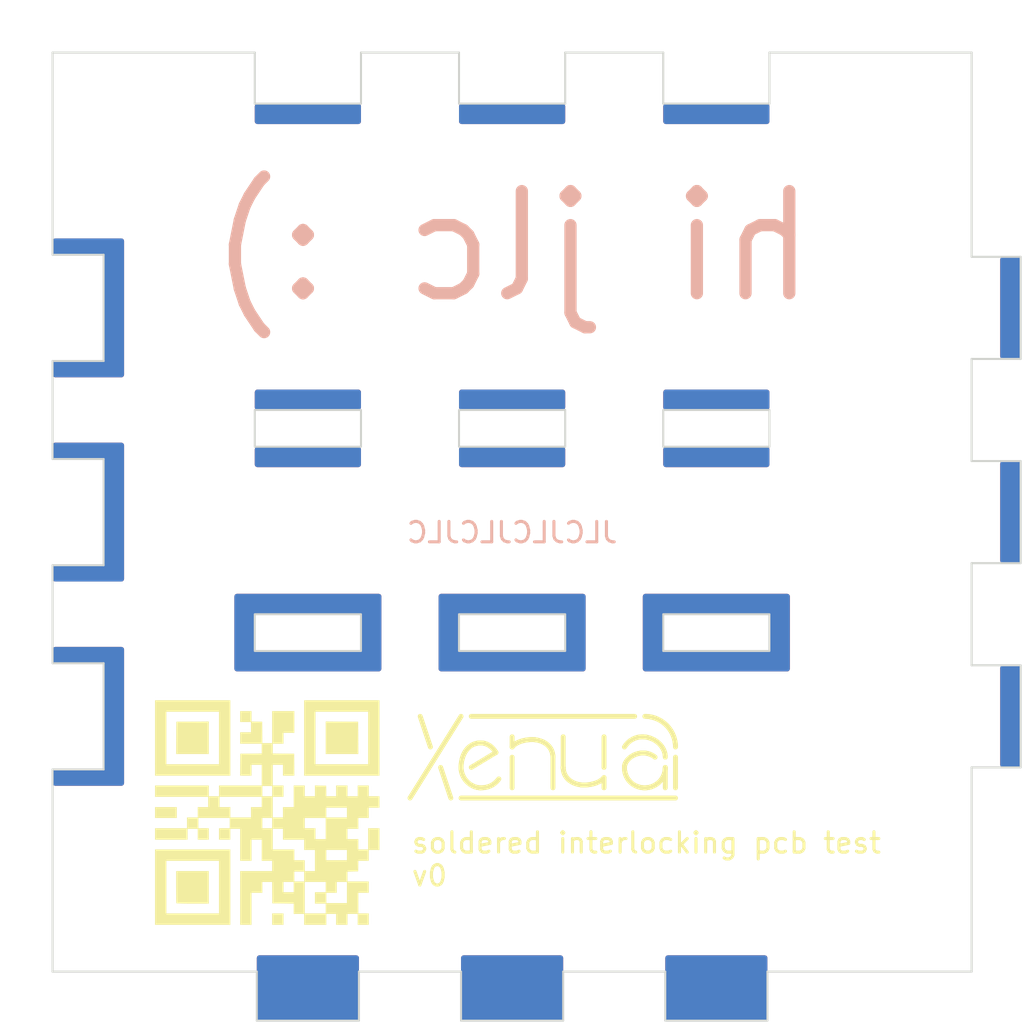
<source format=kicad_pcb>
(kicad_pcb (version 20211014) (generator pcbnew)
  (layers (0 "F.Cu" signal) (31 "B.Cu" signal) (34 "B.Paste" user) (35 "F.Paste" user) (36 "B.SilkS" user "B.Silkscreen") (37 "F.SilkS" user "F.Silkscreen") (38 "B.Mask" user) (39 "F.Mask" user) (44 "Edge.Cuts" user))
  (net 0 "")
  (footprint "xenua:sig-medium" (layer "F.Cu") (at 40 59)
    (fp_text reference "REF**" hide)
    (fp_text value "sig-medium")
  )
  (footprint "qr:https_xenua_me_12mm" (layer "F.Cu") (at 33 59.7)
    (fp_text reference "Ref**" hide)
    (fp_text value "Val**" hide)
  )
  (gr_line (start 57.6 22.5) (end 67.5 22.5) (layer "Edge.Cuts") (width 0.1))
  (gr_line (start 37.6 22.5) (end 42.4 22.5) (layer "Edge.Cuts") (width 0.1))
  (gr_line (start 47.6 22.5) (end 52.4 22.5) (layer "Edge.Cuts") (width 0.1))
  (gr_rect (start 52.4 50) (end 57.6 51.8) (layer "Edge.Cuts") (width 0.1) (fill none))
  (gr_line (start 57.5 67.5) (end 67.5 67.5) (layer "Edge.Cuts") (width 0.1))
  (gr_line (start 42.4 25) (end 47.6 25) (layer "Edge.Cuts") (width 0.1))
  (gr_line (start 25 47.6) (end 25 42.4) (layer "Edge.Cuts") (width 0.1))
  (gr_line (start 32.5 69.9) (end 37.5 69.9) (layer "Edge.Cuts") (width 0.1))
  (gr_line (start 25 42.4) (end 22.5 42.4) (layer "Edge.Cuts") (width 0.1))
  (gr_line (start 32.4 22.5) (end 32.4 25) (layer "Edge.Cuts") (width 0.1))
  (gr_line (start 69.9 52.5) (end 67.5 52.5) (layer "Edge.Cuts") (width 0.1))
  (gr_line (start 32.5 67.5) (end 32.5 69.9) (layer "Edge.Cuts") (width 0.1))
  (gr_line (start 52.4 22.5) (end 52.4 25) (layer "Edge.Cuts") (width 0.1))
  (gr_line (start 47.5 67.5) (end 52.5 67.5) (layer "Edge.Cuts") (width 0.1))
  (gr_line (start 57.5 69.9) (end 57.5 67.5) (layer "Edge.Cuts") (width 0.1))
  (gr_line (start 67.5 47.5) (end 69.9 47.5) (layer "Edge.Cuts") (width 0.1))
  (gr_rect (start 52.4 40) (end 57.6 41.8) (layer "Edge.Cuts") (width 0.1) (fill none))
  (gr_rect (start 32.4 50) (end 37.6 51.8) (layer "Edge.Cuts") (width 0.1) (fill none))
  (gr_line (start 22.5 22.5) (end 32.4 22.5) (layer "Edge.Cuts") (width 0.1))
  (gr_line (start 69.9 32.5) (end 67.5 32.5) (layer "Edge.Cuts") (width 0.1))
  (gr_line (start 69.9 37.5) (end 69.9 32.5) (layer "Edge.Cuts") (width 0.1))
  (gr_line (start 42.4 22.5) (end 42.4 25) (layer "Edge.Cuts") (width 0.1))
  (gr_line (start 37.5 67.5) (end 42.5 67.5) (layer "Edge.Cuts") (width 0.1))
  (gr_line (start 47.5 69.9) (end 47.5 67.5) (layer "Edge.Cuts") (width 0.1))
  (gr_line (start 22.5 67.5) (end 22.5 57.6) (layer "Edge.Cuts") (width 0.1))
  (gr_line (start 25 52.4) (end 22.5 52.4) (layer "Edge.Cuts") (width 0.1))
  (gr_line (start 67.5 42.5) (end 67.5 37.5) (layer "Edge.Cuts") (width 0.1))
  (gr_line (start 57.6 25) (end 57.6 22.5) (layer "Edge.Cuts") (width 0.1))
  (gr_line (start 67.5 52.5) (end 67.5 47.5) (layer "Edge.Cuts") (width 0.1))
  (gr_line (start 37.5 69.9) (end 37.5 67.5) (layer "Edge.Cuts") (width 0.1))
  (gr_line (start 25 32.4) (end 22.5 32.4) (layer "Edge.Cuts") (width 0.1))
  (gr_line (start 47.6 25) (end 47.6 22.5) (layer "Edge.Cuts") (width 0.1))
  (gr_line (start 22.5 32.4) (end 22.5 22.5) (layer "Edge.Cuts") (width 0.1))
  (gr_line (start 22.5 67.5) (end 32.5 67.5) (layer "Edge.Cuts") (width 0.1))
  (gr_line (start 25 37.6) (end 25 32.4) (layer "Edge.Cuts") (width 0.1))
  (gr_line (start 22.5 42.4) (end 22.5 37.6) (layer "Edge.Cuts") (width 0.1))
  (gr_line (start 22.5 47.6) (end 25 47.6) (layer "Edge.Cuts") (width 0.1))
  (gr_line (start 32.4 25) (end 37.6 25) (layer "Edge.Cuts") (width 0.1))
  (gr_rect (start 32.4 40) (end 37.6 41.8) (layer "Edge.Cuts") (width 0.1) (fill none))
  (gr_line (start 69.9 47.5) (end 69.9 42.5) (layer "Edge.Cuts") (width 0.1))
  (gr_line (start 42.5 67.5) (end 42.5 69.9) (layer "Edge.Cuts") (width 0.1))
  (gr_line (start 52.4 25) (end 57.6 25) (layer "Edge.Cuts") (width 0.1))
  (gr_line (start 67.5 67.5) (end 67.5 57.5) (layer "Edge.Cuts") (width 0.1))
  (gr_line (start 67.5 37.5) (end 69.9 37.5) (layer "Edge.Cuts") (width 0.1))
  (gr_line (start 69.9 57.5) (end 69.9 52.5) (layer "Edge.Cuts") (width 0.1))
  (gr_line (start 42.5 69.9) (end 47.5 69.9) (layer "Edge.Cuts") (width 0.1))
  (gr_line (start 25 57.6) (end 25 52.4) (layer "Edge.Cuts") (width 0.1))
  (gr_line (start 52.5 67.5) (end 52.5 69.9) (layer "Edge.Cuts") (width 0.1))
  (gr_line (start 22.5 57.6) (end 25 57.6) (layer "Edge.Cuts") (width 0.1))
  (gr_line (start 67.5 32.5) (end 67.5 22.5) (layer "Edge.Cuts") (width 0.1))
  (gr_line (start 22.5 37.6) (end 25 37.6) (layer "Edge.Cuts") (width 0.1))
  (gr_rect (start 42.4 40) (end 47.6 41.8) (layer "Edge.Cuts") (width 0.1) (fill none))
  (gr_rect (start 42.4 50) (end 47.6 51.8) (layer "Edge.Cuts") (width 0.1) (fill none))
  (gr_line (start 67.5 57.5) (end 69.9 57.5) (layer "Edge.Cuts") (width 0.1))
  (gr_line (start 69.9 42.5) (end 67.5 42.5) (layer "Edge.Cuts") (width 0.1))
  (gr_line (start 37.6 25) (end 37.6 22.5) (layer "Edge.Cuts") (width 0.1))
  (gr_line (start 52.5 69.9) (end 57.5 69.9) (layer "Edge.Cuts") (width 0.1))
  (gr_line (start 22.5 52.4) (end 22.5 47.6) (layer "Edge.Cuts") (width 0.1))
  (gr_text "hi jlc :)" (at 45 32) (layer "B.SilkS") (effects (font (size 5 5) (thickness 0.6)) (justify mirror)))
  (gr_text "JLCJLCJLCJLC" (at 45 46) (layer "B.SilkS") (effects (font (size 1 1)) (justify mirror)))
  (gr_text "soldered interlocking pcb test\nv0" (at 40 62) (layer "F.SilkS") (effects (font (size 1 1)) (justify left)))
  (zone (net 0) (net_name "") (layers F&B.Cu) (connect_pads (clearance 0)) (min_thickness 0.254) (fill yes (thermal_gap 0.508) (thermal_bridge_width 0.508))
    (polygon (pts (xy 32.4 41.8) (xy 37.6 41.8) (xy 37.6 42.8) (xy 32.4 42.8)))
  )
  (zone (net 0) (net_name "") (layers F&B.Cu) (connect_pads (clearance 0)) (min_thickness 0.254) (fill yes (thermal_gap 0.508) (thermal_bridge_width 0.508))
    (polygon (pts (xy 57.5 69.9) (xy 52.5 69.9) (xy 52.5 66.7) (xy 57.5 66.7)))
  )
  (zone (net 0) (net_name "") (layers F&B.Cu) (connect_pads (clearance 0)) (min_thickness 0.254) (fill yes (thermal_gap 0.508) (thermal_bridge_width 0.508))
    (polygon (pts (xy 52.4 41.8) (xy 57.6 41.8) (xy 57.6 42.8) (xy 52.4 42.8)))
  )
  (zone (net 0) (net_name "") (layers F&B.Cu) (connect_pads (clearance 0)) (min_thickness 0.254) (fill yes (thermal_gap 0.508) (thermal_bridge_width 0.508))
    (polygon (pts (xy 52.4 39) (xy 57.6 39) (xy 57.6 40) (xy 52.4 40)))
  )
  (zone (net 0) (net_name "") (layers F&B.Cu) (connect_pads (clearance 0)) (min_thickness 0.254) (fill yes (thermal_gap 0.508) (thermal_bridge_width 0.508))
    (polygon (pts (xy 26 51.6) (xy 26 58.4) (xy 22.5 58.4) (xy 22.5 51.6)))
  )
  (zone (net 0) (net_name "") (layers F&B.Cu) (connect_pads (clearance 0)) (min_thickness 0.254) (fill yes (thermal_gap 0.508) (thermal_bridge_width 0.508))
    (polygon (pts (xy 31.4 49) (xy 38.6 49) (xy 38.6 52.8) (xy 31.4 52.8)))
  )
  (zone (net 0) (net_name "") (layers F&B.Cu) (connect_pads (clearance 0)) (min_thickness 0.254) (fill yes (thermal_gap 0.508) (thermal_bridge_width 0.508))
    (polygon (pts (xy 26 31.6) (xy 26 38.4) (xy 22.5 38.4) (xy 22.5 31.6)))
  )
  (zone (net 0) (net_name "") (layers F&B.Cu) (connect_pads (clearance 0)) (min_thickness 0.254) (fill yes (thermal_gap 0.508) (thermal_bridge_width 0.508))
    (polygon (pts (xy 47.6 26) (xy 42.4 26) (xy 42.4 25) (xy 47.6 25)))
  )
  (zone (net 0) (net_name "") (layers F&B.Cu) (connect_pads (clearance 0)) (min_thickness 0.254) (fill yes (thermal_gap 0.508) (thermal_bridge_width 0.508))
    (polygon (pts (xy 57.6 26) (xy 52.4 26) (xy 52.4 25) (xy 57.6 25)))
  )
  (zone (net 0) (net_name "") (layers F&B.Cu) (connect_pads (clearance 0)) (min_thickness 0.254) (fill yes (thermal_gap 0.508) (thermal_bridge_width 0.508))
    (polygon (pts (xy 26 41.6) (xy 26 48.4) (xy 22.5 48.4) (xy 22.5 41.6)))
  )
  (zone (net 0) (net_name "") (layers F&B.Cu) (connect_pads (clearance 0)) (min_thickness 0.254) (fill yes (thermal_gap 0.508) (thermal_bridge_width 0.508))
    (polygon (pts (xy 42.4 41.8) (xy 47.6 41.8) (xy 47.6 42.8) (xy 42.4 42.8)))
  )
  (zone (net 0) (net_name "") (layers F&B.Cu) (connect_pads (clearance 0)) (min_thickness 0.254) (fill yes (thermal_gap 0.508) (thermal_bridge_width 0.508))
    (polygon (pts (xy 32.4 39) (xy 37.6 39) (xy 37.6 40) (xy 32.4 40)))
  )
  (zone (net 0) (net_name "") (layers F&B.Cu) (connect_pads (clearance 0)) (min_thickness 0.254) (fill yes (thermal_gap 0.508) (thermal_bridge_width 0.508))
    (polygon (pts (xy 37.5 69.9) (xy 32.5 69.9) (xy 32.5 66.7) (xy 37.5 66.7)))
  )
  (zone (net 0) (net_name "") (layers F&B.Cu) (connect_pads (clearance 0)) (min_thickness 0.254) (fill yes (thermal_gap 0.508) (thermal_bridge_width 0.508))
    (polygon (pts (xy 51.4 49) (xy 58.6 49) (xy 58.6 52.8) (xy 51.4 52.8)))
  )
  (zone (net 0) (net_name "") (layers F&B.Cu) (connect_pads (clearance 0)) (min_thickness 0.254) (fill yes (thermal_gap 0.508) (thermal_bridge_width 0.508))
    (polygon (pts (xy 69.9 52.5) (xy 69.9 57.5) (xy 68.9 57.5) (xy 68.9 52.5)))
  )
  (zone (net 0) (net_name "") (layers F&B.Cu) (connect_pads (clearance 0)) (min_thickness 0.254) (fill yes (thermal_gap 0.508) (thermal_bridge_width 0.508))
    (polygon (pts (xy 69.9 32.5) (xy 69.9 37.5) (xy 68.9 37.5) (xy 68.9 32.5)))
  )
  (zone (net 0) (net_name "") (layers F&B.Cu) (connect_pads (clearance 0)) (min_thickness 0.254) (fill yes (thermal_gap 0.508) (thermal_bridge_width 0.508))
    (polygon (pts (xy 47.5 69.9) (xy 42.5 69.9) (xy 42.5 66.7) (xy 47.5 66.7)))
  )
  (zone (net 0) (net_name "") (layers F&B.Cu) (connect_pads (clearance 0)) (min_thickness 0.254) (fill yes (thermal_gap 0.508) (thermal_bridge_width 0.508))
    (polygon (pts (xy 42.4 39) (xy 47.6 39) (xy 47.6 40) (xy 42.4 40)))
  )
  (zone (net 0) (net_name "") (layers F&B.Cu) (connect_pads (clearance 0)) (min_thickness 0.254) (fill yes (thermal_gap 0.508) (thermal_bridge_width 0.508))
    (polygon (pts (xy 69.9 42.5) (xy 69.9 47.5) (xy 68.9 47.5) (xy 68.9 42.5)))
  )
  (zone (net 0) (net_name "") (layers F&B.Cu) (connect_pads (clearance 0)) (min_thickness 0.254) (fill yes (thermal_gap 0.508) (thermal_bridge_width 0.508))
    (polygon (pts (xy 37.6 26) (xy 32.4 26) (xy 32.4 25) (xy 37.6 25)))
  )
  (zone (net 0) (net_name "") (layers F&B.Cu) (connect_pads (clearance 0)) (min_thickness 0.254) (fill yes (thermal_gap 0.508) (thermal_bridge_width 0.508))
    (polygon (pts (xy 41.4 49) (xy 48.6 49) (xy 48.6 52.8) (xy 41.4 52.8)))
  )
)
</source>
